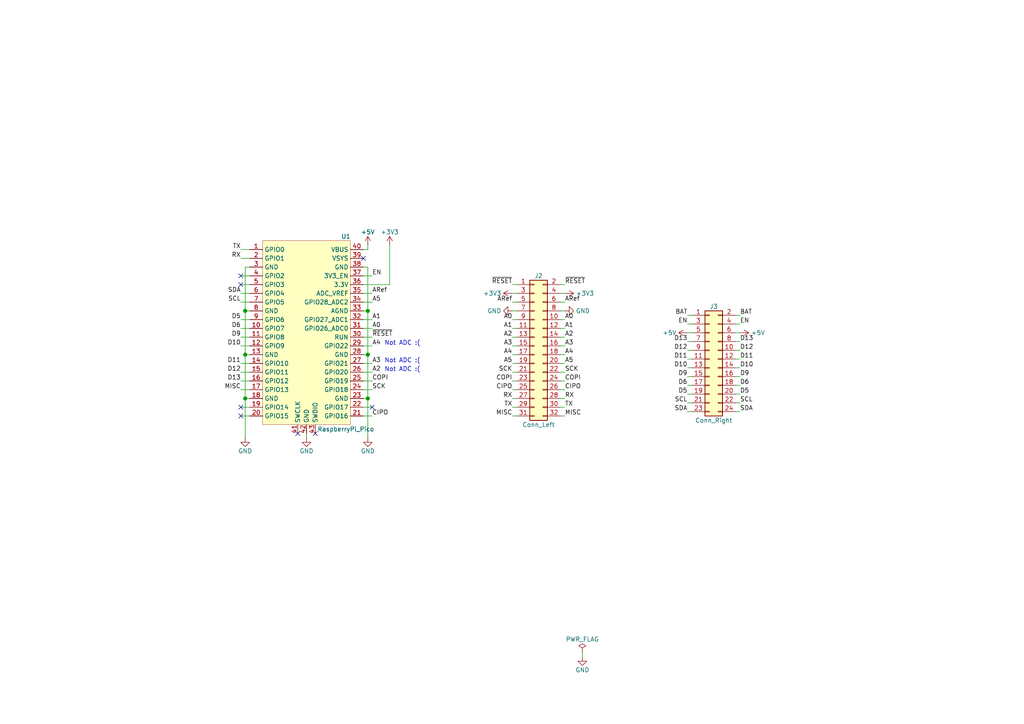
<source format=kicad_sch>
(kicad_sch (version 20230121) (generator eeschema)
  (paper "A4")
  (lib_symbols
    (symbol "Connector_Generic:Conn_02x12_Odd_Even" (pin_names (offset 1.016) hide)
      (property "Reference" "J" (at 1.27 15.24 0))
      (property "Value" "Conn_02x12_Odd_Even" (at 1.27 -17.78 0))
      (symbol "Conn_02x12_Odd_Even_1_1"
        (rectangle (start -1.27 -15.113) (end 0 -15.367) (stroke (width 0.1524)))
        (rectangle (start -1.27 -12.573) (end 0 -12.827) (stroke (width 0.1524)))
        (rectangle (start -1.27 -10.033) (end 0 -10.287) (stroke (width 0.1524)))
        (rectangle (start -1.27 -7.493) (end 0 -7.747) (stroke (width 0.1524)))
        (rectangle (start -1.27 -4.953) (end 0 -5.207) (stroke (width 0.1524)))
        (rectangle (start -1.27 -2.413) (end 0 -2.667) (stroke (width 0.1524)))
        (rectangle (start -1.27 0.127) (end 0 -0.127) (stroke (width 0.1524)))
        (rectangle (start -1.27 2.667) (end 0 2.413) (stroke (width 0.1524)))
        (rectangle (start -1.27 5.207) (end 0 4.953) (stroke (width 0.1524)))
        (rectangle (start -1.27 7.747) (end 0 7.493) (stroke (width 0.1524)))
        (rectangle (start -1.27 10.287) (end 0 10.033) (stroke (width 0.1524)))
        (rectangle (start -1.27 12.827) (end 0 12.573) (stroke (width 0.1524)))
        (rectangle (start -1.27 13.97) (end 3.81 -16.51) (stroke (width 0.254)) (fill (type background)))
        (rectangle (start 3.81 -15.113) (end 2.54 -15.367) (stroke (width 0.1524)))
        (rectangle (start 3.81 -12.573) (end 2.54 -12.827) (stroke (width 0.1524)))
        (rectangle (start 3.81 -10.033) (end 2.54 -10.287) (stroke (width 0.1524)))
        (rectangle (start 3.81 -7.493) (end 2.54 -7.747) (stroke (width 0.1524)))
        (rectangle (start 3.81 -4.953) (end 2.54 -5.207) (stroke (width 0.1524)))
        (rectangle (start 3.81 -2.413) (end 2.54 -2.667) (stroke (width 0.1524)))
        (rectangle (start 3.81 0.127) (end 2.54 -0.127) (stroke (width 0.1524)))
        (rectangle (start 3.81 2.667) (end 2.54 2.413) (stroke (width 0.1524)))
        (rectangle (start 3.81 5.207) (end 2.54 4.953) (stroke (width 0.1524)))
        (rectangle (start 3.81 7.747) (end 2.54 7.493) (stroke (width 0.1524)))
        (rectangle (start 3.81 10.287) (end 2.54 10.033) (stroke (width 0.1524)))
        (rectangle (start 3.81 12.827) (end 2.54 12.573) (stroke (width 0.1524)))
        (pin passive line (at -5.08 12.7 0) (length 3.81) (name "Pin_1") (number "1"))
        (pin passive line (at 7.62 2.54 180) (length 3.81) (name "Pin_10") (number "10"))
        (pin passive line (at -5.08 0 0) (length 3.81) (name "Pin_11") (number "11"))
        (pin passive line (at 7.62 0 180) (length 3.81) (name "Pin_12") (number "12"))
        (pin passive line (at -5.08 -2.54 0) (length 3.81) (name "Pin_13") (number "13"))
        (pin passive line (at 7.62 -2.54 180) (length 3.81) (name "Pin_14") (number "14"))
        (pin passive line (at -5.08 -5.08 0) (length 3.81) (name "Pin_15") (number "15"))
        (pin passive line (at 7.62 -5.08 180) (length 3.81) (name "Pin_16") (number "16"))
        (pin passive line (at -5.08 -7.62 0) (length 3.81) (name "Pin_17") (number "17"))
        (pin passive line (at 7.62 -7.62 180) (length 3.81) (name "Pin_18") (number "18"))
        (pin passive line (at -5.08 -10.16 0) (length 3.81) (name "Pin_19") (number "19"))
        (pin passive line (at 7.62 12.7 180) (length 3.81) (name "Pin_2") (number "2"))
        (pin passive line (at 7.62 -10.16 180) (length 3.81) (name "Pin_20") (number "20"))
        (pin passive line (at -5.08 -12.7 0) (length 3.81) (name "Pin_21") (number "21"))
        (pin passive line (at 7.62 -12.7 180) (length 3.81) (name "Pin_22") (number "22"))
        (pin passive line (at -5.08 -15.24 0) (length 3.81) (name "Pin_23") (number "23"))
        (pin passive line (at 7.62 -15.24 180) (length 3.81) (name "Pin_24") (number "24"))
        (pin passive line (at -5.08 10.16 0) (length 3.81) (name "Pin_3") (number "3"))
        (pin passive line (at 7.62 10.16 180) (length 3.81) (name "Pin_4") (number "4"))
        (pin passive line (at -5.08 7.62 0) (length 3.81) (name "Pin_5") (number "5"))
        (pin passive line (at 7.62 7.62 180) (length 3.81) (name "Pin_6") (number "6"))
        (pin passive line (at -5.08 5.08 0) (length 3.81) (name "Pin_7") (number "7"))
        (pin passive line (at 7.62 5.08 180) (length 3.81) (name "Pin_8") (number "8"))
        (pin passive line (at -5.08 2.54 0) (length 3.81) (name "Pin_9") (number "9"))
      )
    )
    (symbol "Connector_Generic:Conn_02x16_Odd_Even" (pin_names (offset 1.016) hide)
      (property "Reference" "J" (at 1.27 20.32 0))
      (property "Value" "Conn_02x16_Odd_Even" (at 1.27 -22.86 0))
      (symbol "Conn_02x16_Odd_Even_1_1"
        (rectangle (start -1.27 -20.193) (end 0 -20.447) (stroke (width 0.1524)))
        (rectangle (start -1.27 -17.653) (end 0 -17.907) (stroke (width 0.1524)))
        (rectangle (start -1.27 -15.113) (end 0 -15.367) (stroke (width 0.1524)))
        (rectangle (start -1.27 -12.573) (end 0 -12.827) (stroke (width 0.1524)))
        (rectangle (start -1.27 -10.033) (end 0 -10.287) (stroke (width 0.1524)))
        (rectangle (start -1.27 -7.493) (end 0 -7.747) (stroke (width 0.1524)))
        (rectangle (start -1.27 -4.953) (end 0 -5.207) (stroke (width 0.1524)))
        (rectangle (start -1.27 -2.413) (end 0 -2.667) (stroke (width 0.1524)))
        (rectangle (start -1.27 0.127) (end 0 -0.127) (stroke (width 0.1524)))
        (rectangle (start -1.27 2.667) (end 0 2.413) (stroke (width 0.1524)))
        (rectangle (start -1.27 5.207) (end 0 4.953) (stroke (width 0.1524)))
        (rectangle (start -1.27 7.747) (end 0 7.493) (stroke (width 0.1524)))
        (rectangle (start -1.27 10.287) (end 0 10.033) (stroke (width 0.1524)))
        (rectangle (start -1.27 12.827) (end 0 12.573) (stroke (width 0.1524)))
        (rectangle (start -1.27 15.367) (end 0 15.113) (stroke (width 0.1524)))
        (rectangle (start -1.27 17.907) (end 0 17.653) (stroke (width 0.1524)))
        (rectangle (start -1.27 19.05) (end 3.81 -21.59) (stroke (width 0.254)) (fill (type background)))
        (rectangle (start 3.81 -20.193) (end 2.54 -20.447) (stroke (width 0.1524)))
        (rectangle (start 3.81 -17.653) (end 2.54 -17.907) (stroke (width 0.1524)))
        (rectangle (start 3.81 -15.113) (end 2.54 -15.367) (stroke (width 0.1524)))
        (rectangle (start 3.81 -12.573) (end 2.54 -12.827) (stroke (width 0.1524)))
        (rectangle (start 3.81 -10.033) (end 2.54 -10.287) (stroke (width 0.1524)))
        (rectangle (start 3.81 -7.493) (end 2.54 -7.747) (stroke (width 0.1524)))
        (rectangle (start 3.81 -4.953) (end 2.54 -5.207) (stroke (width 0.1524)))
        (rectangle (start 3.81 -2.413) (end 2.54 -2.667) (stroke (width 0.1524)))
        (rectangle (start 3.81 0.127) (end 2.54 -0.127) (stroke (width 0.1524)))
        (rectangle (start 3.81 2.667) (end 2.54 2.413) (stroke (width 0.1524)))
        (rectangle (start 3.81 5.207) (end 2.54 4.953) (stroke (width 0.1524)))
        (rectangle (start 3.81 7.747) (end 2.54 7.493) (stroke (width 0.1524)))
        (rectangle (start 3.81 10.287) (end 2.54 10.033) (stroke (width 0.1524)))
        (rectangle (start 3.81 12.827) (end 2.54 12.573) (stroke (width 0.1524)))
        (rectangle (start 3.81 15.367) (end 2.54 15.113) (stroke (width 0.1524)))
        (rectangle (start 3.81 17.907) (end 2.54 17.653) (stroke (width 0.1524)))
        (pin passive line (at -5.08 17.78 0) (length 3.81) (name "Pin_1") (number "1"))
        (pin passive line (at 7.62 7.62 180) (length 3.81) (name "Pin_10") (number "10"))
        (pin passive line (at -5.08 5.08 0) (length 3.81) (name "Pin_11") (number "11"))
        (pin passive line (at 7.62 5.08 180) (length 3.81) (name "Pin_12") (number "12"))
        (pin passive line (at -5.08 2.54 0) (length 3.81) (name "Pin_13") (number "13"))
        (pin passive line (at 7.62 2.54 180) (length 3.81) (name "Pin_14") (number "14"))
        (pin passive line (at -5.08 0 0) (length 3.81) (name "Pin_15") (number "15"))
        (pin passive line (at 7.62 0 180) (length 3.81) (name "Pin_16") (number "16"))
        (pin passive line (at -5.08 -2.54 0) (length 3.81) (name "Pin_17") (number "17"))
        (pin passive line (at 7.62 -2.54 180) (length 3.81) (name "Pin_18") (number "18"))
        (pin passive line (at -5.08 -5.08 0) (length 3.81) (name "Pin_19") (number "19"))
        (pin passive line (at 7.62 17.78 180) (length 3.81) (name "Pin_2") (number "2"))
        (pin passive line (at 7.62 -5.08 180) (length 3.81) (name "Pin_20") (number "20"))
        (pin passive line (at -5.08 -7.62 0) (length 3.81) (name "Pin_21") (number "21"))
        (pin passive line (at 7.62 -7.62 180) (length 3.81) (name "Pin_22") (number "22"))
        (pin passive line (at -5.08 -10.16 0) (length 3.81) (name "Pin_23") (number "23"))
        (pin passive line (at 7.62 -10.16 180) (length 3.81) (name "Pin_24") (number "24"))
        (pin passive line (at -5.08 -12.7 0) (length 3.81) (name "Pin_25") (number "25"))
        (pin passive line (at 7.62 -12.7 180) (length 3.81) (name "Pin_26") (number "26"))
        (pin passive line (at -5.08 -15.24 0) (length 3.81) (name "Pin_27") (number "27"))
        (pin passive line (at 7.62 -15.24 180) (length 3.81) (name "Pin_28") (number "28"))
        (pin passive line (at -5.08 -17.78 0) (length 3.81) (name "Pin_29") (number "29"))
        (pin passive line (at -5.08 15.24 0) (length 3.81) (name "Pin_3") (number "3"))
        (pin passive line (at 7.62 -17.78 180) (length 3.81) (name "Pin_30") (number "30"))
        (pin passive line (at -5.08 -20.32 0) (length 3.81) (name "Pin_31") (number "31"))
        (pin passive line (at 7.62 -20.32 180) (length 3.81) (name "Pin_32") (number "32"))
        (pin passive line (at 7.62 15.24 180) (length 3.81) (name "Pin_4") (number "4"))
        (pin passive line (at -5.08 12.7 0) (length 3.81) (name "Pin_5") (number "5"))
        (pin passive line (at 7.62 12.7 180) (length 3.81) (name "Pin_6") (number "6"))
        (pin passive line (at -5.08 10.16 0) (length 3.81) (name "Pin_7") (number "7"))
        (pin passive line (at 7.62 10.16 180) (length 3.81) (name "Pin_8") (number "8"))
        (pin passive line (at -5.08 7.62 0) (length 3.81) (name "Pin_9") (number "9"))
      )
    )
    (symbol "MCU_Module_Extra:RaspberryPi_Pico"
      (property "Reference" "U" (at 11.43 26.67 0))
      (property "Value" "RaspberryPi_Pico" (at 11.43 -29.21 0))
      (symbol "RaspberryPi_Pico_0_0"
        (pin input line (at -2.54 -30.48 90) (length 2.54) (name "SWCLK") (number "41"))
        (pin power_in line (at 0 -30.48 90) (length 2.54) (name "GND") (number "42"))
        (pin bidirectional line (at 2.54 -30.48 90) (length 2.54) (name "SWDIO") (number "43"))
      )
      (symbol "RaspberryPi_Pico_0_1"
        (rectangle (start -12.7 25.4) (end 12.7 -27.94) (stroke (width 0.0005)) (fill (type background)))
      )
      (symbol "RaspberryPi_Pico_1_1"
        (pin bidirectional line (at -16.51 22.86 0) (length 3.81) (name "GPIO0") (number "1"))
        (pin bidirectional line (at -16.51 0 0) (length 3.81) (name "GPIO7") (number "10"))
        (pin bidirectional line (at -16.51 -2.54 0) (length 3.81) (name "GPIO8") (number "11"))
        (pin bidirectional line (at -16.51 -5.08 0) (length 3.81) (name "GPIO9") (number "12"))
        (pin power_in line (at -16.51 -7.62 0) (length 3.81) (name "GND") (number "13"))
        (pin bidirectional line (at -16.51 -10.16 0) (length 3.81) (name "GPIO10") (number "14"))
        (pin bidirectional line (at -16.51 -12.7 0) (length 3.81) (name "GPIO11") (number "15"))
        (pin bidirectional line (at -16.51 -15.24 0) (length 3.81) (name "GPIO12") (number "16"))
        (pin bidirectional line (at -16.51 -17.78 0) (length 3.81) (name "GPIO13") (number "17"))
        (pin power_in line (at -16.51 -20.32 0) (length 3.81) (name "GND") (number "18"))
        (pin bidirectional line (at -16.51 -22.86 0) (length 3.81) (name "GPIO14") (number "19"))
        (pin bidirectional line (at -16.51 20.32 0) (length 3.81) (name "GPIO1") (number "2"))
        (pin bidirectional line (at -16.51 -25.4 0) (length 3.81) (name "GPIO15") (number "20"))
        (pin bidirectional line (at 16.51 -25.4 180) (length 3.81) (name "GPIO16") (number "21"))
        (pin bidirectional line (at 16.51 -22.86 180) (length 3.81) (name "GPIO17") (number "22"))
        (pin power_in line (at 16.51 -20.32 180) (length 3.81) (name "GND") (number "23"))
        (pin bidirectional line (at 16.51 -17.78 180) (length 3.81) (name "GPIO18") (number "24"))
        (pin bidirectional line (at 16.51 -15.24 180) (length 3.81) (name "GPIO19") (number "25"))
        (pin bidirectional line (at 16.51 -12.7 180) (length 3.81) (name "GPIO20") (number "26"))
        (pin bidirectional line (at 16.51 -10.16 180) (length 3.81) (name "GPIO21") (number "27"))
        (pin power_in line (at 16.51 -7.62 180) (length 3.81) (name "GND") (number "28"))
        (pin bidirectional line (at 16.51 -5.08 180) (length 3.81) (name "GPIO22") (number "29"))
        (pin power_in line (at -16.51 17.78 0) (length 3.81) (name "GND") (number "3"))
        (pin input line (at 16.51 -2.54 180) (length 3.81) (name "RUN") (number "30"))
        (pin bidirectional line (at 16.51 0 180) (length 3.81) (name "GPIO26_ADC0") (number "31"))
        (pin bidirectional line (at 16.51 2.54 180) (length 3.81) (name "GPIO27_ADC1") (number "32"))
        (pin power_in line (at 16.51 5.08 180) (length 3.81) (name "AGND") (number "33"))
        (pin bidirectional line (at 16.51 7.62 180) (length 3.81) (name "GPIO28_ADC2") (number "34"))
        (pin bidirectional line (at 16.51 10.16 180) (length 3.81) (name "ADC_VREF") (number "35"))
        (pin power_out line (at 16.51 12.7 180) (length 3.81) (name "3.3V") (number "36"))
        (pin input line (at 16.51 15.24 180) (length 3.81) (name "3V3_EN") (number "37"))
        (pin power_in line (at 16.51 17.78 180) (length 3.81) (name "GND") (number "38"))
        (pin power_in line (at 16.51 20.32 180) (length 3.81) (name "VSYS") (number "39"))
        (pin bidirectional line (at -16.51 15.24 0) (length 3.81) (name "GPIO2") (number "4"))
        (pin power_out line (at 16.51 22.86 180) (length 3.81) (name "VBUS") (number "40"))
        (pin bidirectional line (at -16.51 12.7 0) (length 3.81) (name "GPIO3") (number "5"))
        (pin bidirectional line (at -16.51 10.16 0) (length 3.81) (name "GPIO4") (number "6"))
        (pin bidirectional line (at -16.51 7.62 0) (length 3.81) (name "GPIO5") (number "7"))
        (pin power_in line (at -16.51 5.08 0) (length 3.81) (name "GND") (number "8"))
        (pin bidirectional line (at -16.51 2.54 0) (length 3.81) (name "GPIO6") (number "9"))
      )
    )
    (symbol "power:+3.3V" (power) (pin_names (offset 0))
      (property "Value" "+3.3V" (at 0 3.556 0))
      (symbol "+3.3V_0_1"
        (polyline (pts (xy -0.762 1.27) (xy 0 2.54)))
        (polyline (pts (xy 0 0) (xy 0 2.54)))
        (polyline (pts (xy 0 2.54) (xy 0.762 1.27)))
      )
      (symbol "+3.3V_1_1"
        (pin power_in line (at 0 0 90) (length 0) hide (name "+3V3") (number "1"))
      )
    )
    (symbol "power:+5V" (power) (pin_names (offset 0))
      (property "Value" "+5V" (at 0 3.556 0))
      (symbol "+5V_0_1"
        (polyline (pts (xy -0.762 1.27) (xy 0 2.54)))
        (polyline (pts (xy 0 0) (xy 0 2.54)))
        (polyline (pts (xy 0 2.54) (xy 0.762 1.27)))
      )
      (symbol "+5V_1_1"
        (pin power_in line (at 0 0 90) (length 0) hide (name "+5V") (number "1"))
      )
    )
    (symbol "power:GND" (power) (pin_names (offset 0))
      (property "Value" "GND" (at 0 -3.81 0))
      (symbol "GND_0_1"
        (polyline (pts (xy 0 0) (xy 0 -1.27) (xy 1.27 -1.27) (xy 0 -2.54) (xy -1.27 -1.27) (xy 0 -1.27)))
      )
      (symbol "GND_1_1"
        (pin power_in line (at 0 0 270) (length 0) hide (name "GND") (number "1"))
      )
    )
    (symbol "power:PWR_FLAG" (power) (pin_numbers hide) (pin_names (offset 0) hide)
      (property "Value" "PWR_FLAG" (at 0 3.81 0))
      (symbol "PWR_FLAG_0_0"
        (pin power_out line (at 0 0 90) (length 0) (name "pwr") (number "1"))
      )
      (symbol "PWR_FLAG_0_1"
        (polyline (pts (xy 0 0) (xy 0 1.27) (xy -1.016 1.905) (xy 0 2.54) (xy 1.016 1.905) (xy 0 1.27)))
      )
    )
  )
  (junction (at 71.12 90.17) (diameter 1.016))
  (junction (at 71.12 115.57) (diameter 1.016))
  (junction (at 106.68 102.87) (diameter 1.016))
  (junction (at 106.68 115.57) (diameter 1.016))
  (junction (at 71.12 102.87) (diameter 1.016))
  (junction (at 106.68 90.17) (diameter 1.016))
  (no_connect (at 86.36 125.73))
  (no_connect (at 91.44 125.73))
  (no_connect (at 69.85 80.01))
  (no_connect (at 69.85 82.55))
  (no_connect (at 69.85 118.11))
  (no_connect (at 69.85 120.65))
  (no_connect (at 105.41 74.93))
  (no_connect (at 107.95 118.11))
  (wire (pts (xy 148.59 87.63) (xy 149.86 87.63)))
  (wire (pts (xy 199.39 91.44) (xy 200.66 91.44)))
  (wire (pts (xy 213.36 106.68) (xy 214.63 106.68)))
  (wire (pts (xy 148.59 110.49) (xy 149.86 110.49)))
  (wire (pts (xy 69.85 87.63) (xy 72.39 87.63)))
  (wire (pts (xy 106.68 90.17) (xy 105.41 90.17)))
  (wire (pts (xy 106.68 102.87) (xy 106.68 90.17)))
  (wire (pts (xy 71.12 77.47) (xy 71.12 90.17)))
  (wire (pts (xy 213.36 111.76) (xy 214.63 111.76)))
  (wire (pts (xy 148.59 120.65) (xy 149.86 120.65)))
  (wire (pts (xy 69.85 74.93) (xy 72.39 74.93)))
  (wire (pts (xy 148.59 118.11) (xy 149.86 118.11)))
  (wire (pts (xy 69.85 113.03) (xy 72.39 113.03)))
  (wire (pts (xy 162.56 92.71) (xy 163.83 92.71)))
  (wire (pts (xy 148.59 115.57) (xy 149.86 115.57)))
  (wire (pts (xy 69.85 105.41) (xy 72.39 105.41)))
  (wire (pts (xy 199.39 104.14) (xy 200.66 104.14)))
  (wire (pts (xy 105.41 100.33) (xy 107.95 100.33)))
  (wire (pts (xy 199.39 109.22) (xy 200.66 109.22)))
  (wire (pts (xy 148.59 102.87) (xy 149.86 102.87)))
  (wire (pts (xy 213.36 93.98) (xy 214.63 93.98)))
  (wire (pts (xy 162.56 105.41) (xy 163.83 105.41)))
  (wire (pts (xy 107.95 80.01) (xy 105.41 80.01)))
  (wire (pts (xy 148.59 82.55) (xy 149.86 82.55)))
  (wire (pts (xy 162.56 100.33) (xy 163.83 100.33)))
  (wire (pts (xy 72.39 77.47) (xy 71.12 77.47)))
  (wire (pts (xy 106.68 102.87) (xy 105.41 102.87)))
  (wire (pts (xy 106.68 115.57) (xy 106.68 102.87)))
  (wire (pts (xy 213.36 109.22) (xy 214.63 109.22)))
  (wire (pts (xy 69.85 95.25) (xy 72.39 95.25)))
  (wire (pts (xy 71.12 115.57) (xy 71.12 127)))
  (wire (pts (xy 72.39 115.57) (xy 71.12 115.57)))
  (wire (pts (xy 199.39 93.98) (xy 200.66 93.98)))
  (wire (pts (xy 105.41 107.95) (xy 107.95 107.95)))
  (wire (pts (xy 148.59 85.09) (xy 149.86 85.09)))
  (wire (pts (xy 69.85 110.49) (xy 72.39 110.49)))
  (wire (pts (xy 162.56 87.63) (xy 163.83 87.63)))
  (wire (pts (xy 105.41 110.49) (xy 107.95 110.49)))
  (wire (pts (xy 105.41 85.09) (xy 107.95 85.09)))
  (wire (pts (xy 162.56 97.79) (xy 163.83 97.79)))
  (wire (pts (xy 105.41 115.57) (xy 106.68 115.57)))
  (wire (pts (xy 106.68 115.57) (xy 106.68 127)))
  (wire (pts (xy 105.41 82.55) (xy 113.03 82.55)))
  (wire (pts (xy 113.03 71.12) (xy 113.03 82.55)))
  (wire (pts (xy 69.85 107.95) (xy 72.39 107.95)))
  (wire (pts (xy 162.56 102.87) (xy 163.83 102.87)))
  (wire (pts (xy 199.39 106.68) (xy 200.66 106.68)))
  (wire (pts (xy 162.56 113.03) (xy 163.83 113.03)))
  (wire (pts (xy 148.59 92.71) (xy 149.86 92.71)))
  (wire (pts (xy 148.59 100.33) (xy 149.86 100.33)))
  (wire (pts (xy 105.41 87.63) (xy 107.95 87.63)))
  (wire (pts (xy 148.59 113.03) (xy 149.86 113.03)))
  (wire (pts (xy 162.56 118.11) (xy 163.83 118.11)))
  (wire (pts (xy 69.85 120.65) (xy 72.39 120.65)))
  (wire (pts (xy 69.85 80.01) (xy 72.39 80.01)))
  (wire (pts (xy 162.56 85.09) (xy 163.83 85.09)))
  (wire (pts (xy 148.59 97.79) (xy 149.86 97.79)))
  (wire (pts (xy 148.59 105.41) (xy 149.86 105.41)))
  (wire (pts (xy 88.9 125.73) (xy 88.9 127)))
  (wire (pts (xy 69.85 72.39) (xy 72.39 72.39)))
  (wire (pts (xy 199.39 96.52) (xy 200.66 96.52)))
  (wire (pts (xy 106.68 77.47) (xy 105.41 77.47)))
  (wire (pts (xy 106.68 90.17) (xy 106.68 77.47)))
  (wire (pts (xy 199.39 101.6) (xy 200.66 101.6)))
  (wire (pts (xy 105.41 105.41) (xy 107.95 105.41)))
  (wire (pts (xy 69.85 100.33) (xy 72.39 100.33)))
  (wire (pts (xy 162.56 110.49) (xy 163.83 110.49)))
  (wire (pts (xy 72.39 90.17) (xy 71.12 90.17)))
  (wire (pts (xy 213.36 114.3) (xy 214.63 114.3)))
  (wire (pts (xy 69.85 85.09) (xy 72.39 85.09)))
  (wire (pts (xy 199.39 114.3) (xy 200.66 114.3)))
  (wire (pts (xy 162.56 120.65) (xy 163.83 120.65)))
  (wire (pts (xy 69.85 118.11) (xy 72.39 118.11)))
  (wire (pts (xy 162.56 82.55) (xy 163.83 82.55)))
  (wire (pts (xy 199.39 116.84) (xy 200.66 116.84)))
  (wire (pts (xy 105.41 118.11) (xy 107.95 118.11)))
  (wire (pts (xy 199.39 99.06) (xy 200.66 99.06)))
  (wire (pts (xy 105.41 113.03) (xy 107.95 113.03)))
  (wire (pts (xy 213.36 116.84) (xy 214.63 116.84)))
  (wire (pts (xy 213.36 91.44) (xy 214.63 91.44)))
  (wire (pts (xy 199.39 111.76) (xy 200.66 111.76)))
  (wire (pts (xy 168.91 189.23) (xy 168.91 190.5)))
  (wire (pts (xy 213.36 96.52) (xy 214.63 96.52)))
  (wire (pts (xy 71.12 102.87) (xy 71.12 115.57)))
  (wire (pts (xy 213.36 101.6) (xy 214.63 101.6)))
  (wire (pts (xy 72.39 102.87) (xy 71.12 102.87)))
  (wire (pts (xy 105.41 120.65) (xy 107.95 120.65)))
  (wire (pts (xy 199.39 119.38) (xy 200.66 119.38)))
  (wire (pts (xy 148.59 90.17) (xy 149.86 90.17)))
  (wire (pts (xy 71.12 90.17) (xy 71.12 102.87)))
  (wire (pts (xy 105.41 72.39) (xy 106.68 72.39)))
  (wire (pts (xy 106.68 71.12) (xy 106.68 72.39)))
  (wire (pts (xy 148.59 95.25) (xy 149.86 95.25)))
  (wire (pts (xy 105.41 97.79) (xy 107.95 97.79)))
  (wire (pts (xy 105.41 92.71) (xy 107.95 92.71)))
  (wire (pts (xy 69.85 97.79) (xy 72.39 97.79)))
  (wire (pts (xy 69.85 92.71) (xy 72.39 92.71)))
  (wire (pts (xy 213.36 99.06) (xy 214.63 99.06)))
  (wire (pts (xy 213.36 104.14) (xy 214.63 104.14)))
  (wire (pts (xy 213.36 119.38) (xy 214.63 119.38)))
  (wire (pts (xy 162.56 95.25) (xy 163.83 95.25)))
  (wire (pts (xy 105.41 95.25) (xy 107.95 95.25)))
  (wire (pts (xy 162.56 115.57) (xy 163.83 115.57)))
  (wire (pts (xy 162.56 90.17) (xy 163.83 90.17)))
  (wire (pts (xy 162.56 107.95) (xy 163.83 107.95)))
  (wire (pts (xy 69.85 82.55) (xy 72.39 82.55)))
  (wire (pts (xy 148.59 107.95) (xy 149.86 107.95)))
  (text "Not ADC :(" (at 121.92 107.95 0) (effects (font (size 1.27 1.27)) (justify right bottom)))
  (text "Not ADC :(" (at 121.92 100.33 0) (effects (font (size 1.27 1.27)) (justify right bottom)))
  (text "Not ADC :(" (at 121.92 105.41 0) (effects (font (size 1.27 1.27)) (justify right bottom)))
  (label "A2" (at 163.83 97.79 0))
  (label "D5" (at 69.85 92.71 180))
  (label "MISC" (at 148.59 120.65 180))
  (label "D12" (at 199.39 101.6 180))
  (label "A5" (at 163.83 105.41 0))
  (label "A5" (at 148.59 105.41 180))
  (label "D12" (at 69.85 107.95 180))
  (label "A4" (at 148.59 102.87 180))
  (label "ARef" (at 148.59 87.63 180))
  (label "D5" (at 214.63 114.3 0))
  (label "A3" (at 163.83 100.33 0))
  (label "SCL" (at 214.63 116.84 0))
  (label "SCK" (at 163.83 107.95 0))
  (label "D6" (at 69.85 95.25 180))
  (label "D10" (at 214.63 106.68 0))
  (label "A4" (at 163.83 102.87 0))
  (label "EN" (at 107.95 80.01 0))
  (label "A5" (at 107.95 87.63 0))
  (label "D6" (at 214.63 111.76 0))
  (label "COPI" (at 107.95 110.49 0))
  (label "D10" (at 199.39 106.68 180))
  (label "~{RESET}" (at 148.59 82.55 180))
  (label "D9" (at 214.63 109.22 0))
  (label "D11" (at 214.63 104.14 0))
  (label "TX" (at 163.83 118.11 0))
  (label "~{RESET}" (at 163.83 82.55 0))
  (label "D12" (at 214.63 101.6 0))
  (label "D10" (at 69.85 100.33 180))
  (label "A4" (at 107.95 100.33 0))
  (label "A2" (at 148.59 97.79 180))
  (label "COPI" (at 148.59 110.49 180))
  (label "~{RESET}" (at 107.95 97.79 0))
  (label "A1" (at 163.83 95.25 0))
  (label "TX" (at 69.85 72.39 180))
  (label "ARef" (at 163.83 87.63 0))
  (label "D11" (at 69.85 105.41 180))
  (label "D9" (at 69.85 97.79 180))
  (label "BAT" (at 214.63 91.44 0))
  (label "ARef" (at 107.95 85.09 0))
  (label "TX" (at 148.59 118.11 180))
  (label "RX" (at 69.85 74.93 180))
  (label "SDA" (at 69.85 85.09 180))
  (label "SDA" (at 214.63 119.38 0))
  (label "CIPO" (at 148.59 113.03 180))
  (label "D11" (at 199.39 104.14 180))
  (label "SCK" (at 107.95 113.03 0))
  (label "A2" (at 107.95 107.95 0))
  (label "RX" (at 148.59 115.57 180))
  (label "A1" (at 148.59 95.25 180))
  (label "A0" (at 107.95 95.25 0))
  (label "SCL" (at 69.85 87.63 180))
  (label "D13" (at 199.39 99.06 180))
  (label "A3" (at 148.59 100.33 180))
  (label "A0" (at 163.83 92.71 0))
  (label "MISC" (at 69.85 113.03 180))
  (label "D9" (at 199.39 109.22 180))
  (label "RX" (at 163.83 115.57 0))
  (label "EN" (at 199.39 93.98 180))
  (label "SCL" (at 199.39 116.84 180))
  (label "MISC" (at 163.83 120.65 0))
  (label "A1" (at 107.95 92.71 0))
  (label "A3" (at 107.95 105.41 0))
  (label "BAT" (at 199.39 91.44 180))
  (label "D13" (at 69.85 110.49 180))
  (label "D6" (at 199.39 111.76 180))
  (label "COPI" (at 163.83 110.49 0))
  (label "CIPO" (at 163.83 113.03 0))
  (label "EN" (at 214.63 93.98 0))
  (label "D13" (at 214.63 99.06 0))
  (label "A0" (at 148.59 92.71 180))
  (label "SDA" (at 199.39 119.38 180))
  (label "D5" (at 199.39 114.3 180))
  (label "CIPO" (at 107.95 120.65 0))
  (label "SCK" (at 148.59 107.95 180))
  (symbol (lib_id "power:GND") (at 106.68 127 0) (unit 1)
    (property "Reference" "#PWR0103" (effects hide))
    (property "Value" "GND" (at 106.68 130.81 0))
  )
  (symbol (lib_id "MCU_Module_Extra:RaspberryPi_Pico") (at 88.9 95.25 0) (unit 1)
    (property "Reference" "U1" (at 100.33 68.58 0))
    (property "Value" "RaspberryPi_Pico" (at 100.33 124.46 0))
    (property "Footprint" "Module_Extra:RaspberryPi_Pico" (effects hide))
    (property "Datasheet" "https://datasheets.raspberrypi.org/pico/pico-datasheet.pdf" (effects hide))
  )
  (symbol (lib_id "power:GND") (at 168.91 190.5 0) (mirror y) (unit 1)
    (property "Reference" "#PWR0107" (effects hide))
    (property "Value" "GND" (at 168.91 194.31 0))
  )
  (symbol (lib_id "power:+5V") (at 106.68 71.12 0) (unit 1)
    (property "Reference" "#PWR0101" (effects hide))
    (property "Value" "+5V" (at 106.68 67.31 0))
  )
  (symbol (lib_id "power:+3.3V") (at 163.83 85.09 270) (mirror x) (unit 1)
    (property "Reference" "#PWR0109" (effects hide))
    (property "Value" "+3.3V" (at 167.005 85.09 90) (effects (justify left)))
  )
  (symbol (lib_id "power:GND") (at 163.83 90.17 90) (mirror x) (unit 1)
    (property "Reference" "#PWR0110" (effects hide))
    (property "Value" "GND" (at 167.005 90.17 90) (effects (justify right)))
  )
  (symbol (lib_id "power:+3.3V") (at 148.59 85.09 90) (unit 1)
    (property "Reference" "#PWR0112" (effects hide))
    (property "Value" "+3.3V" (at 145.415 85.09 90) (effects (justify left)))
  )
  (symbol (lib_id "power:+5V") (at 199.39 96.52 90) (unit 1)
    (property "Reference" "#PWR0106" (effects hide))
    (property "Value" "+5V" (at 196.215 96.52 90) (effects (justify left)))
  )
  (symbol (lib_id "power:GND") (at 148.59 90.17 270) (unit 1)
    (property "Reference" "#PWR0111" (effects hide))
    (property "Value" "GND" (at 145.415 90.17 90) (effects (justify right)))
  )
  (symbol (lib_id "power:PWR_FLAG") (at 168.91 189.23 0) (unit 1)
    (property "Reference" "#FLG0101" (effects hide))
    (property "Value" "PWR_FLAG" (at 168.91 185.42 0))
  )
  (symbol (lib_id "power:+5V") (at 214.63 96.52 270) (unit 1)
    (property "Reference" "#PWR0108" (effects hide))
    (property "Value" "+5V" (at 217.805 96.52 90) (effects (justify left)))
  )
  (symbol (lib_id "power:GND") (at 71.12 127 0) (unit 1)
    (property "Reference" "#PWR0104" (effects hide))
    (property "Value" "GND" (at 71.12 130.81 0))
  )
  (symbol (lib_id "power:GND") (at 88.9 127 0) (unit 1)
    (property "Reference" "#PWR0113" (effects hide))
    (property "Value" "GND" (at 88.9 130.81 0))
  )
  (symbol (lib_id "power:+3.3V") (at 113.03 71.12 0) (unit 1)
    (property "Reference" "#PWR0102" (effects hide))
    (property "Value" "+3.3V" (at 113.03 67.31 0))
  )
  (symbol (lib_id "Connector_Generic:Conn_02x12_Odd_Even") (at 205.74 104.14 0) (unit 1)
    (property "Reference" "J3" (at 207.01 88.9 0))
    (property "Value" "Conn_Right" (at 207.01 121.92 0))
    (property "Footprint" "Connector_PinHeader_2.54mm:PinHeader_2x12_P2.54mm_Vertical" (effects hide))
  )
  (symbol (lib_id "Connector_Generic:Conn_02x16_Odd_Even") (at 154.94 100.33 0) (unit 1)
    (property "Reference" "J2" (at 156.21 80.01 0))
    (property "Value" "Conn_Left" (at 156.21 123.19 0))
    (property "Footprint" "Connector_PinHeader_2.54mm:PinHeader_2x16_P2.54mm_Vertical" (effects hide))
  )
)
</source>
